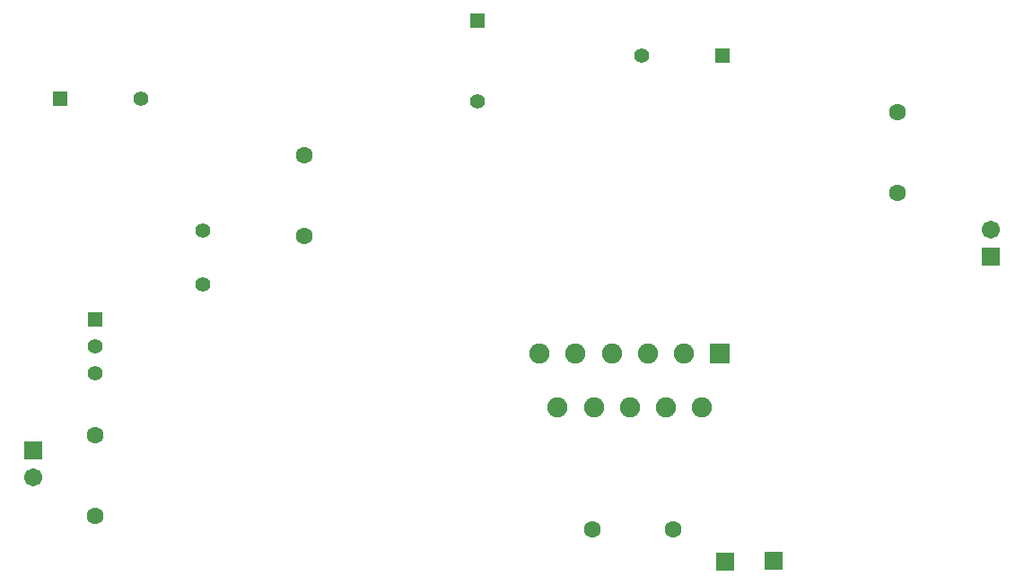
<source format=gts>
G04 Layer_Color=8388736*
%FSAX25Y25*%
%MOIN*%
G70*
G01*
G75*
%ADD24R,0.05524X0.05524*%
%ADD25C,0.05524*%
%ADD26R,0.05524X0.05524*%
%ADD27R,0.06706X0.06706*%
%ADD28C,0.06706*%
%ADD29R,0.06706X0.06706*%
%ADD30C,0.06312*%
%ADD31C,0.07493*%
%ADD32R,0.07493X0.07493*%
D24*
X0400000Y0328500D02*
D03*
X0258000Y0217500D02*
D03*
D25*
X0400000Y0298500D02*
D03*
X0275000Y0299500D02*
D03*
X0461000Y0315500D02*
D03*
X0258000Y0207500D02*
D03*
Y0197500D02*
D03*
X0298000Y0250500D02*
D03*
Y0230500D02*
D03*
D26*
X0245000Y0299500D02*
D03*
X0491000Y0315500D02*
D03*
D27*
X0590500Y0241000D02*
D03*
X0235000Y0169000D02*
D03*
D28*
X0590500Y0251000D02*
D03*
X0235000Y0159000D02*
D03*
D29*
X0510000Y0128000D02*
D03*
X0492000Y0127500D02*
D03*
D30*
X0258000Y0144500D02*
D03*
Y0174500D02*
D03*
X0556000Y0264500D02*
D03*
Y0294500D02*
D03*
X0335500Y0278500D02*
D03*
Y0248500D02*
D03*
X0472500Y0139500D02*
D03*
X0442500D02*
D03*
D31*
X0449807Y0205000D02*
D03*
X0456500Y0185000D02*
D03*
X0463193Y0205000D02*
D03*
X0469886Y0185000D02*
D03*
X0476579Y0205000D02*
D03*
X0483272Y0185000D02*
D03*
X0423035Y0205000D02*
D03*
X0429728Y0185000D02*
D03*
X0436421Y0205000D02*
D03*
X0443114Y0185000D02*
D03*
D32*
X0489965Y0205000D02*
D03*
M02*

</source>
